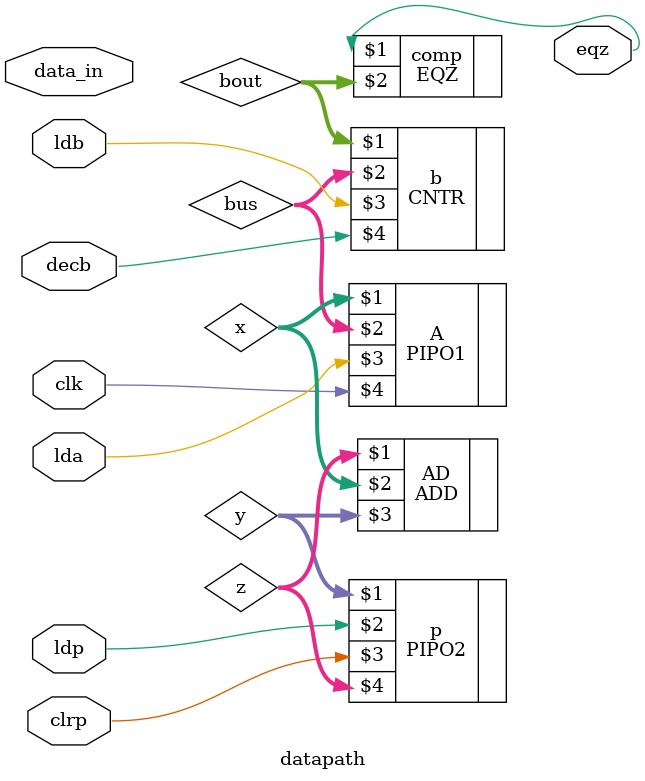
<source format=v>
`timescale 1ns / 1ps
module datapath(eqz,lda,ldb,ldp,clrp,decb,data_in,clk);
input lda,ldb,ldp,clrp,decb,clk;
input [15:0] data_in;
output eqz;
wire [15:0] x,y,z,bout,bus;
PIPO1 A(x,bus,lda,clk);
PIPO2 p(y,ldp,clrp,z);
CNTR b(bout,bus,ldb,decb);
ADD AD(z,x,y);
EQZ comp(eqz,bout);
endmodule
/////////////////////



</source>
